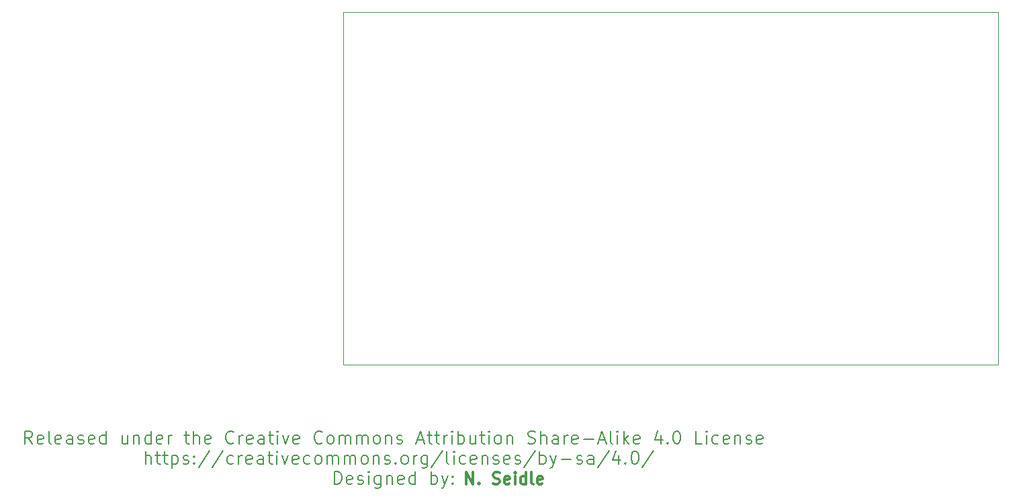
<source format=gko>
%TF.GenerationSoftware,KiCad,Pcbnew,7.0.6*%
%TF.CreationDate,2024-01-20T21:08:05-07:00*%
%TF.ProjectId,SparkFun_AirQuality_Combo,53706172-6b46-4756-9e5f-416972517561,rev?*%
%TF.SameCoordinates,Original*%
%TF.FileFunction,Soldermask,Bot*%
%TF.FilePolarity,Negative*%
%FSLAX46Y46*%
G04 Gerber Fmt 4.6, Leading zero omitted, Abs format (unit mm)*
G04 Created by KiCad (PCBNEW 7.0.6) date 2024-01-20 21:08:05*
%MOMM*%
%LPD*%
G01*
G04 APERTURE LIST*
%TA.AperFunction,Profile*%
%ADD10C,0.100000*%
%TD*%
%ADD11C,0.300000*%
%ADD12C,0.142240*%
G04 APERTURE END LIST*
D10*
X82550000Y18796000D02*
X82550000Y10414000D01*
X82550000Y0D01*
X0Y0D01*
X0Y44450000D01*
X82550000Y44450000D01*
X82550000Y18796000D01*
D11*
X15534285Y-15040828D02*
X15534285Y-13540828D01*
X15534285Y-13540828D02*
X16391428Y-15040828D01*
X16391428Y-15040828D02*
X16391428Y-13540828D01*
X17105714Y-14897971D02*
X17177143Y-14969400D01*
X17177143Y-14969400D02*
X17105714Y-15040828D01*
X17105714Y-15040828D02*
X17034286Y-14969400D01*
X17034286Y-14969400D02*
X17105714Y-14897971D01*
X17105714Y-14897971D02*
X17105714Y-15040828D01*
X18891429Y-14969400D02*
X19105715Y-15040828D01*
X19105715Y-15040828D02*
X19462857Y-15040828D01*
X19462857Y-15040828D02*
X19605715Y-14969400D01*
X19605715Y-14969400D02*
X19677143Y-14897971D01*
X19677143Y-14897971D02*
X19748572Y-14755114D01*
X19748572Y-14755114D02*
X19748572Y-14612257D01*
X19748572Y-14612257D02*
X19677143Y-14469400D01*
X19677143Y-14469400D02*
X19605715Y-14397971D01*
X19605715Y-14397971D02*
X19462857Y-14326542D01*
X19462857Y-14326542D02*
X19177143Y-14255114D01*
X19177143Y-14255114D02*
X19034286Y-14183685D01*
X19034286Y-14183685D02*
X18962857Y-14112257D01*
X18962857Y-14112257D02*
X18891429Y-13969400D01*
X18891429Y-13969400D02*
X18891429Y-13826542D01*
X18891429Y-13826542D02*
X18962857Y-13683685D01*
X18962857Y-13683685D02*
X19034286Y-13612257D01*
X19034286Y-13612257D02*
X19177143Y-13540828D01*
X19177143Y-13540828D02*
X19534286Y-13540828D01*
X19534286Y-13540828D02*
X19748572Y-13612257D01*
X20962857Y-14969400D02*
X20820000Y-15040828D01*
X20820000Y-15040828D02*
X20534286Y-15040828D01*
X20534286Y-15040828D02*
X20391428Y-14969400D01*
X20391428Y-14969400D02*
X20320000Y-14826542D01*
X20320000Y-14826542D02*
X20320000Y-14255114D01*
X20320000Y-14255114D02*
X20391428Y-14112257D01*
X20391428Y-14112257D02*
X20534286Y-14040828D01*
X20534286Y-14040828D02*
X20820000Y-14040828D01*
X20820000Y-14040828D02*
X20962857Y-14112257D01*
X20962857Y-14112257D02*
X21034286Y-14255114D01*
X21034286Y-14255114D02*
X21034286Y-14397971D01*
X21034286Y-14397971D02*
X20320000Y-14540828D01*
X21677142Y-15040828D02*
X21677142Y-14040828D01*
X21677142Y-13540828D02*
X21605714Y-13612257D01*
X21605714Y-13612257D02*
X21677142Y-13683685D01*
X21677142Y-13683685D02*
X21748571Y-13612257D01*
X21748571Y-13612257D02*
X21677142Y-13540828D01*
X21677142Y-13540828D02*
X21677142Y-13683685D01*
X23034286Y-15040828D02*
X23034286Y-13540828D01*
X23034286Y-14969400D02*
X22891428Y-15040828D01*
X22891428Y-15040828D02*
X22605714Y-15040828D01*
X22605714Y-15040828D02*
X22462857Y-14969400D01*
X22462857Y-14969400D02*
X22391428Y-14897971D01*
X22391428Y-14897971D02*
X22320000Y-14755114D01*
X22320000Y-14755114D02*
X22320000Y-14326542D01*
X22320000Y-14326542D02*
X22391428Y-14183685D01*
X22391428Y-14183685D02*
X22462857Y-14112257D01*
X22462857Y-14112257D02*
X22605714Y-14040828D01*
X22605714Y-14040828D02*
X22891428Y-14040828D01*
X22891428Y-14040828D02*
X23034286Y-14112257D01*
X23962857Y-15040828D02*
X23820000Y-14969400D01*
X23820000Y-14969400D02*
X23748571Y-14826542D01*
X23748571Y-14826542D02*
X23748571Y-13540828D01*
X25105714Y-14969400D02*
X24962857Y-15040828D01*
X24962857Y-15040828D02*
X24677143Y-15040828D01*
X24677143Y-15040828D02*
X24534285Y-14969400D01*
X24534285Y-14969400D02*
X24462857Y-14826542D01*
X24462857Y-14826542D02*
X24462857Y-14255114D01*
X24462857Y-14255114D02*
X24534285Y-14112257D01*
X24534285Y-14112257D02*
X24677143Y-14040828D01*
X24677143Y-14040828D02*
X24962857Y-14040828D01*
X24962857Y-14040828D02*
X25105714Y-14112257D01*
X25105714Y-14112257D02*
X25177143Y-14255114D01*
X25177143Y-14255114D02*
X25177143Y-14397971D01*
X25177143Y-14397971D02*
X24462857Y-14540828D01*
D12*
X-24924171Y-12492417D02*
X-24924171Y-10856657D01*
X-24223131Y-12492417D02*
X-24223131Y-11635590D01*
X-24223131Y-11635590D02*
X-24301024Y-11479804D01*
X-24301024Y-11479804D02*
X-24456811Y-11401910D01*
X-24456811Y-11401910D02*
X-24690491Y-11401910D01*
X-24690491Y-11401910D02*
X-24846277Y-11479804D01*
X-24846277Y-11479804D02*
X-24924171Y-11557697D01*
X-23677878Y-11401910D02*
X-23054731Y-11401910D01*
X-23444198Y-10856657D02*
X-23444198Y-12258737D01*
X-23444198Y-12258737D02*
X-23366304Y-12414524D01*
X-23366304Y-12414524D02*
X-23210518Y-12492417D01*
X-23210518Y-12492417D02*
X-23054731Y-12492417D01*
X-22743158Y-11401910D02*
X-22120011Y-11401910D01*
X-22509478Y-10856657D02*
X-22509478Y-12258737D01*
X-22509478Y-12258737D02*
X-22431584Y-12414524D01*
X-22431584Y-12414524D02*
X-22275798Y-12492417D01*
X-22275798Y-12492417D02*
X-22120011Y-12492417D01*
X-21574758Y-11401910D02*
X-21574758Y-13037670D01*
X-21574758Y-11479804D02*
X-21418971Y-11401910D01*
X-21418971Y-11401910D02*
X-21107398Y-11401910D01*
X-21107398Y-11401910D02*
X-20951611Y-11479804D01*
X-20951611Y-11479804D02*
X-20873718Y-11557697D01*
X-20873718Y-11557697D02*
X-20795824Y-11713484D01*
X-20795824Y-11713484D02*
X-20795824Y-12180844D01*
X-20795824Y-12180844D02*
X-20873718Y-12336630D01*
X-20873718Y-12336630D02*
X-20951611Y-12414524D01*
X-20951611Y-12414524D02*
X-21107398Y-12492417D01*
X-21107398Y-12492417D02*
X-21418971Y-12492417D01*
X-21418971Y-12492417D02*
X-21574758Y-12414524D01*
X-20172678Y-12414524D02*
X-20016891Y-12492417D01*
X-20016891Y-12492417D02*
X-19705318Y-12492417D01*
X-19705318Y-12492417D02*
X-19549531Y-12414524D01*
X-19549531Y-12414524D02*
X-19471638Y-12258737D01*
X-19471638Y-12258737D02*
X-19471638Y-12180844D01*
X-19471638Y-12180844D02*
X-19549531Y-12025057D01*
X-19549531Y-12025057D02*
X-19705318Y-11947164D01*
X-19705318Y-11947164D02*
X-19938998Y-11947164D01*
X-19938998Y-11947164D02*
X-20094785Y-11869270D01*
X-20094785Y-11869270D02*
X-20172678Y-11713484D01*
X-20172678Y-11713484D02*
X-20172678Y-11635590D01*
X-20172678Y-11635590D02*
X-20094785Y-11479804D01*
X-20094785Y-11479804D02*
X-19938998Y-11401910D01*
X-19938998Y-11401910D02*
X-19705318Y-11401910D01*
X-19705318Y-11401910D02*
X-19549531Y-11479804D01*
X-18770598Y-12336630D02*
X-18692704Y-12414524D01*
X-18692704Y-12414524D02*
X-18770598Y-12492417D01*
X-18770598Y-12492417D02*
X-18848491Y-12414524D01*
X-18848491Y-12414524D02*
X-18770598Y-12336630D01*
X-18770598Y-12336630D02*
X-18770598Y-12492417D01*
X-18770598Y-11479804D02*
X-18692704Y-11557697D01*
X-18692704Y-11557697D02*
X-18770598Y-11635590D01*
X-18770598Y-11635590D02*
X-18848491Y-11557697D01*
X-18848491Y-11557697D02*
X-18770598Y-11479804D01*
X-18770598Y-11479804D02*
X-18770598Y-11635590D01*
X-16823265Y-10778764D02*
X-18225345Y-12881884D01*
X-15109612Y-10778764D02*
X-16511692Y-12881884D01*
X-13863319Y-12414524D02*
X-14019105Y-12492417D01*
X-14019105Y-12492417D02*
X-14330679Y-12492417D01*
X-14330679Y-12492417D02*
X-14486465Y-12414524D01*
X-14486465Y-12414524D02*
X-14564359Y-12336630D01*
X-14564359Y-12336630D02*
X-14642252Y-12180844D01*
X-14642252Y-12180844D02*
X-14642252Y-11713484D01*
X-14642252Y-11713484D02*
X-14564359Y-11557697D01*
X-14564359Y-11557697D02*
X-14486465Y-11479804D01*
X-14486465Y-11479804D02*
X-14330679Y-11401910D01*
X-14330679Y-11401910D02*
X-14019105Y-11401910D01*
X-14019105Y-11401910D02*
X-13863319Y-11479804D01*
X-13162279Y-12492417D02*
X-13162279Y-11401910D01*
X-13162279Y-11713484D02*
X-13084385Y-11557697D01*
X-13084385Y-11557697D02*
X-13006492Y-11479804D01*
X-13006492Y-11479804D02*
X-12850705Y-11401910D01*
X-12850705Y-11401910D02*
X-12694919Y-11401910D01*
X-11526519Y-12414524D02*
X-11682306Y-12492417D01*
X-11682306Y-12492417D02*
X-11993879Y-12492417D01*
X-11993879Y-12492417D02*
X-12149666Y-12414524D01*
X-12149666Y-12414524D02*
X-12227559Y-12258737D01*
X-12227559Y-12258737D02*
X-12227559Y-11635590D01*
X-12227559Y-11635590D02*
X-12149666Y-11479804D01*
X-12149666Y-11479804D02*
X-11993879Y-11401910D01*
X-11993879Y-11401910D02*
X-11682306Y-11401910D01*
X-11682306Y-11401910D02*
X-11526519Y-11479804D01*
X-11526519Y-11479804D02*
X-11448626Y-11635590D01*
X-11448626Y-11635590D02*
X-11448626Y-11791377D01*
X-11448626Y-11791377D02*
X-12227559Y-11947164D01*
X-10046546Y-12492417D02*
X-10046546Y-11635590D01*
X-10046546Y-11635590D02*
X-10124439Y-11479804D01*
X-10124439Y-11479804D02*
X-10280226Y-11401910D01*
X-10280226Y-11401910D02*
X-10591799Y-11401910D01*
X-10591799Y-11401910D02*
X-10747586Y-11479804D01*
X-10046546Y-12414524D02*
X-10202332Y-12492417D01*
X-10202332Y-12492417D02*
X-10591799Y-12492417D01*
X-10591799Y-12492417D02*
X-10747586Y-12414524D01*
X-10747586Y-12414524D02*
X-10825479Y-12258737D01*
X-10825479Y-12258737D02*
X-10825479Y-12102950D01*
X-10825479Y-12102950D02*
X-10747586Y-11947164D01*
X-10747586Y-11947164D02*
X-10591799Y-11869270D01*
X-10591799Y-11869270D02*
X-10202332Y-11869270D01*
X-10202332Y-11869270D02*
X-10046546Y-11791377D01*
X-9501293Y-11401910D02*
X-8878146Y-11401910D01*
X-9267613Y-10856657D02*
X-9267613Y-12258737D01*
X-9267613Y-12258737D02*
X-9189719Y-12414524D01*
X-9189719Y-12414524D02*
X-9033933Y-12492417D01*
X-9033933Y-12492417D02*
X-8878146Y-12492417D01*
X-8332893Y-12492417D02*
X-8332893Y-11401910D01*
X-8332893Y-10856657D02*
X-8410786Y-10934550D01*
X-8410786Y-10934550D02*
X-8332893Y-11012444D01*
X-8332893Y-11012444D02*
X-8254999Y-10934550D01*
X-8254999Y-10934550D02*
X-8332893Y-10856657D01*
X-8332893Y-10856657D02*
X-8332893Y-11012444D01*
X-7709746Y-11401910D02*
X-7320280Y-12492417D01*
X-7320280Y-12492417D02*
X-6930813Y-11401910D01*
X-5684520Y-12414524D02*
X-5840307Y-12492417D01*
X-5840307Y-12492417D02*
X-6151880Y-12492417D01*
X-6151880Y-12492417D02*
X-6307667Y-12414524D01*
X-6307667Y-12414524D02*
X-6385560Y-12258737D01*
X-6385560Y-12258737D02*
X-6385560Y-11635590D01*
X-6385560Y-11635590D02*
X-6307667Y-11479804D01*
X-6307667Y-11479804D02*
X-6151880Y-11401910D01*
X-6151880Y-11401910D02*
X-5840307Y-11401910D01*
X-5840307Y-11401910D02*
X-5684520Y-11479804D01*
X-5684520Y-11479804D02*
X-5606627Y-11635590D01*
X-5606627Y-11635590D02*
X-5606627Y-11791377D01*
X-5606627Y-11791377D02*
X-6385560Y-11947164D01*
X-4204547Y-12414524D02*
X-4360333Y-12492417D01*
X-4360333Y-12492417D02*
X-4671907Y-12492417D01*
X-4671907Y-12492417D02*
X-4827693Y-12414524D01*
X-4827693Y-12414524D02*
X-4905587Y-12336630D01*
X-4905587Y-12336630D02*
X-4983480Y-12180844D01*
X-4983480Y-12180844D02*
X-4983480Y-11713484D01*
X-4983480Y-11713484D02*
X-4905587Y-11557697D01*
X-4905587Y-11557697D02*
X-4827693Y-11479804D01*
X-4827693Y-11479804D02*
X-4671907Y-11401910D01*
X-4671907Y-11401910D02*
X-4360333Y-11401910D01*
X-4360333Y-11401910D02*
X-4204547Y-11479804D01*
X-3269827Y-12492417D02*
X-3425613Y-12414524D01*
X-3425613Y-12414524D02*
X-3503507Y-12336630D01*
X-3503507Y-12336630D02*
X-3581400Y-12180844D01*
X-3581400Y-12180844D02*
X-3581400Y-11713484D01*
X-3581400Y-11713484D02*
X-3503507Y-11557697D01*
X-3503507Y-11557697D02*
X-3425613Y-11479804D01*
X-3425613Y-11479804D02*
X-3269827Y-11401910D01*
X-3269827Y-11401910D02*
X-3036147Y-11401910D01*
X-3036147Y-11401910D02*
X-2880360Y-11479804D01*
X-2880360Y-11479804D02*
X-2802467Y-11557697D01*
X-2802467Y-11557697D02*
X-2724573Y-11713484D01*
X-2724573Y-11713484D02*
X-2724573Y-12180844D01*
X-2724573Y-12180844D02*
X-2802467Y-12336630D01*
X-2802467Y-12336630D02*
X-2880360Y-12414524D01*
X-2880360Y-12414524D02*
X-3036147Y-12492417D01*
X-3036147Y-12492417D02*
X-3269827Y-12492417D01*
X-2023534Y-12492417D02*
X-2023534Y-11401910D01*
X-2023534Y-11557697D02*
X-1945640Y-11479804D01*
X-1945640Y-11479804D02*
X-1789854Y-11401910D01*
X-1789854Y-11401910D02*
X-1556174Y-11401910D01*
X-1556174Y-11401910D02*
X-1400387Y-11479804D01*
X-1400387Y-11479804D02*
X-1322494Y-11635590D01*
X-1322494Y-11635590D02*
X-1322494Y-12492417D01*
X-1322494Y-11635590D02*
X-1244600Y-11479804D01*
X-1244600Y-11479804D02*
X-1088814Y-11401910D01*
X-1088814Y-11401910D02*
X-855134Y-11401910D01*
X-855134Y-11401910D02*
X-699347Y-11479804D01*
X-699347Y-11479804D02*
X-621454Y-11635590D01*
X-621454Y-11635590D02*
X-621454Y-12492417D01*
X157479Y-12492417D02*
X157479Y-11401910D01*
X157479Y-11557697D02*
X235373Y-11479804D01*
X235373Y-11479804D02*
X391159Y-11401910D01*
X391159Y-11401910D02*
X624839Y-11401910D01*
X624839Y-11401910D02*
X780626Y-11479804D01*
X780626Y-11479804D02*
X858519Y-11635590D01*
X858519Y-11635590D02*
X858519Y-12492417D01*
X858519Y-11635590D02*
X936413Y-11479804D01*
X936413Y-11479804D02*
X1092199Y-11401910D01*
X1092199Y-11401910D02*
X1325879Y-11401910D01*
X1325879Y-11401910D02*
X1481666Y-11479804D01*
X1481666Y-11479804D02*
X1559559Y-11635590D01*
X1559559Y-11635590D02*
X1559559Y-12492417D01*
X2572172Y-12492417D02*
X2416386Y-12414524D01*
X2416386Y-12414524D02*
X2338492Y-12336630D01*
X2338492Y-12336630D02*
X2260599Y-12180844D01*
X2260599Y-12180844D02*
X2260599Y-11713484D01*
X2260599Y-11713484D02*
X2338492Y-11557697D01*
X2338492Y-11557697D02*
X2416386Y-11479804D01*
X2416386Y-11479804D02*
X2572172Y-11401910D01*
X2572172Y-11401910D02*
X2805852Y-11401910D01*
X2805852Y-11401910D02*
X2961639Y-11479804D01*
X2961639Y-11479804D02*
X3039532Y-11557697D01*
X3039532Y-11557697D02*
X3117426Y-11713484D01*
X3117426Y-11713484D02*
X3117426Y-12180844D01*
X3117426Y-12180844D02*
X3039532Y-12336630D01*
X3039532Y-12336630D02*
X2961639Y-12414524D01*
X2961639Y-12414524D02*
X2805852Y-12492417D01*
X2805852Y-12492417D02*
X2572172Y-12492417D01*
X3818465Y-11401910D02*
X3818465Y-12492417D01*
X3818465Y-11557697D02*
X3896359Y-11479804D01*
X3896359Y-11479804D02*
X4052145Y-11401910D01*
X4052145Y-11401910D02*
X4285825Y-11401910D01*
X4285825Y-11401910D02*
X4441612Y-11479804D01*
X4441612Y-11479804D02*
X4519505Y-11635590D01*
X4519505Y-11635590D02*
X4519505Y-12492417D01*
X5220545Y-12414524D02*
X5376332Y-12492417D01*
X5376332Y-12492417D02*
X5687905Y-12492417D01*
X5687905Y-12492417D02*
X5843692Y-12414524D01*
X5843692Y-12414524D02*
X5921585Y-12258737D01*
X5921585Y-12258737D02*
X5921585Y-12180844D01*
X5921585Y-12180844D02*
X5843692Y-12025057D01*
X5843692Y-12025057D02*
X5687905Y-11947164D01*
X5687905Y-11947164D02*
X5454225Y-11947164D01*
X5454225Y-11947164D02*
X5298438Y-11869270D01*
X5298438Y-11869270D02*
X5220545Y-11713484D01*
X5220545Y-11713484D02*
X5220545Y-11635590D01*
X5220545Y-11635590D02*
X5298438Y-11479804D01*
X5298438Y-11479804D02*
X5454225Y-11401910D01*
X5454225Y-11401910D02*
X5687905Y-11401910D01*
X5687905Y-11401910D02*
X5843692Y-11479804D01*
X6622625Y-12336630D02*
X6700519Y-12414524D01*
X6700519Y-12414524D02*
X6622625Y-12492417D01*
X6622625Y-12492417D02*
X6544732Y-12414524D01*
X6544732Y-12414524D02*
X6622625Y-12336630D01*
X6622625Y-12336630D02*
X6622625Y-12492417D01*
X7635238Y-12492417D02*
X7479452Y-12414524D01*
X7479452Y-12414524D02*
X7401558Y-12336630D01*
X7401558Y-12336630D02*
X7323665Y-12180844D01*
X7323665Y-12180844D02*
X7323665Y-11713484D01*
X7323665Y-11713484D02*
X7401558Y-11557697D01*
X7401558Y-11557697D02*
X7479452Y-11479804D01*
X7479452Y-11479804D02*
X7635238Y-11401910D01*
X7635238Y-11401910D02*
X7868918Y-11401910D01*
X7868918Y-11401910D02*
X8024705Y-11479804D01*
X8024705Y-11479804D02*
X8102598Y-11557697D01*
X8102598Y-11557697D02*
X8180492Y-11713484D01*
X8180492Y-11713484D02*
X8180492Y-12180844D01*
X8180492Y-12180844D02*
X8102598Y-12336630D01*
X8102598Y-12336630D02*
X8024705Y-12414524D01*
X8024705Y-12414524D02*
X7868918Y-12492417D01*
X7868918Y-12492417D02*
X7635238Y-12492417D01*
X8881531Y-12492417D02*
X8881531Y-11401910D01*
X8881531Y-11713484D02*
X8959425Y-11557697D01*
X8959425Y-11557697D02*
X9037318Y-11479804D01*
X9037318Y-11479804D02*
X9193105Y-11401910D01*
X9193105Y-11401910D02*
X9348891Y-11401910D01*
X10595184Y-11401910D02*
X10595184Y-12726097D01*
X10595184Y-12726097D02*
X10517291Y-12881884D01*
X10517291Y-12881884D02*
X10439398Y-12959777D01*
X10439398Y-12959777D02*
X10283611Y-13037670D01*
X10283611Y-13037670D02*
X10049931Y-13037670D01*
X10049931Y-13037670D02*
X9894144Y-12959777D01*
X10595184Y-12414524D02*
X10439398Y-12492417D01*
X10439398Y-12492417D02*
X10127824Y-12492417D01*
X10127824Y-12492417D02*
X9972038Y-12414524D01*
X9972038Y-12414524D02*
X9894144Y-12336630D01*
X9894144Y-12336630D02*
X9816251Y-12180844D01*
X9816251Y-12180844D02*
X9816251Y-11713484D01*
X9816251Y-11713484D02*
X9894144Y-11557697D01*
X9894144Y-11557697D02*
X9972038Y-11479804D01*
X9972038Y-11479804D02*
X10127824Y-11401910D01*
X10127824Y-11401910D02*
X10439398Y-11401910D01*
X10439398Y-11401910D02*
X10595184Y-11479804D01*
X12542517Y-10778764D02*
X11140437Y-12881884D01*
X13321450Y-12492417D02*
X13165664Y-12414524D01*
X13165664Y-12414524D02*
X13087770Y-12258737D01*
X13087770Y-12258737D02*
X13087770Y-10856657D01*
X13944597Y-12492417D02*
X13944597Y-11401910D01*
X13944597Y-10856657D02*
X13866704Y-10934550D01*
X13866704Y-10934550D02*
X13944597Y-11012444D01*
X13944597Y-11012444D02*
X14022491Y-10934550D01*
X14022491Y-10934550D02*
X13944597Y-10856657D01*
X13944597Y-10856657D02*
X13944597Y-11012444D01*
X15424570Y-12414524D02*
X15268784Y-12492417D01*
X15268784Y-12492417D02*
X14957210Y-12492417D01*
X14957210Y-12492417D02*
X14801424Y-12414524D01*
X14801424Y-12414524D02*
X14723530Y-12336630D01*
X14723530Y-12336630D02*
X14645637Y-12180844D01*
X14645637Y-12180844D02*
X14645637Y-11713484D01*
X14645637Y-11713484D02*
X14723530Y-11557697D01*
X14723530Y-11557697D02*
X14801424Y-11479804D01*
X14801424Y-11479804D02*
X14957210Y-11401910D01*
X14957210Y-11401910D02*
X15268784Y-11401910D01*
X15268784Y-11401910D02*
X15424570Y-11479804D01*
X16748757Y-12414524D02*
X16592970Y-12492417D01*
X16592970Y-12492417D02*
X16281397Y-12492417D01*
X16281397Y-12492417D02*
X16125610Y-12414524D01*
X16125610Y-12414524D02*
X16047717Y-12258737D01*
X16047717Y-12258737D02*
X16047717Y-11635590D01*
X16047717Y-11635590D02*
X16125610Y-11479804D01*
X16125610Y-11479804D02*
X16281397Y-11401910D01*
X16281397Y-11401910D02*
X16592970Y-11401910D01*
X16592970Y-11401910D02*
X16748757Y-11479804D01*
X16748757Y-11479804D02*
X16826650Y-11635590D01*
X16826650Y-11635590D02*
X16826650Y-11791377D01*
X16826650Y-11791377D02*
X16047717Y-11947164D01*
X17527690Y-11401910D02*
X17527690Y-12492417D01*
X17527690Y-11557697D02*
X17605584Y-11479804D01*
X17605584Y-11479804D02*
X17761370Y-11401910D01*
X17761370Y-11401910D02*
X17995050Y-11401910D01*
X17995050Y-11401910D02*
X18150837Y-11479804D01*
X18150837Y-11479804D02*
X18228730Y-11635590D01*
X18228730Y-11635590D02*
X18228730Y-12492417D01*
X18929770Y-12414524D02*
X19085557Y-12492417D01*
X19085557Y-12492417D02*
X19397130Y-12492417D01*
X19397130Y-12492417D02*
X19552917Y-12414524D01*
X19552917Y-12414524D02*
X19630810Y-12258737D01*
X19630810Y-12258737D02*
X19630810Y-12180844D01*
X19630810Y-12180844D02*
X19552917Y-12025057D01*
X19552917Y-12025057D02*
X19397130Y-11947164D01*
X19397130Y-11947164D02*
X19163450Y-11947164D01*
X19163450Y-11947164D02*
X19007663Y-11869270D01*
X19007663Y-11869270D02*
X18929770Y-11713484D01*
X18929770Y-11713484D02*
X18929770Y-11635590D01*
X18929770Y-11635590D02*
X19007663Y-11479804D01*
X19007663Y-11479804D02*
X19163450Y-11401910D01*
X19163450Y-11401910D02*
X19397130Y-11401910D01*
X19397130Y-11401910D02*
X19552917Y-11479804D01*
X20954997Y-12414524D02*
X20799210Y-12492417D01*
X20799210Y-12492417D02*
X20487637Y-12492417D01*
X20487637Y-12492417D02*
X20331850Y-12414524D01*
X20331850Y-12414524D02*
X20253957Y-12258737D01*
X20253957Y-12258737D02*
X20253957Y-11635590D01*
X20253957Y-11635590D02*
X20331850Y-11479804D01*
X20331850Y-11479804D02*
X20487637Y-11401910D01*
X20487637Y-11401910D02*
X20799210Y-11401910D01*
X20799210Y-11401910D02*
X20954997Y-11479804D01*
X20954997Y-11479804D02*
X21032890Y-11635590D01*
X21032890Y-11635590D02*
X21032890Y-11791377D01*
X21032890Y-11791377D02*
X20253957Y-11947164D01*
X21656037Y-12414524D02*
X21811824Y-12492417D01*
X21811824Y-12492417D02*
X22123397Y-12492417D01*
X22123397Y-12492417D02*
X22279184Y-12414524D01*
X22279184Y-12414524D02*
X22357077Y-12258737D01*
X22357077Y-12258737D02*
X22357077Y-12180844D01*
X22357077Y-12180844D02*
X22279184Y-12025057D01*
X22279184Y-12025057D02*
X22123397Y-11947164D01*
X22123397Y-11947164D02*
X21889717Y-11947164D01*
X21889717Y-11947164D02*
X21733930Y-11869270D01*
X21733930Y-11869270D02*
X21656037Y-11713484D01*
X21656037Y-11713484D02*
X21656037Y-11635590D01*
X21656037Y-11635590D02*
X21733930Y-11479804D01*
X21733930Y-11479804D02*
X21889717Y-11401910D01*
X21889717Y-11401910D02*
X22123397Y-11401910D01*
X22123397Y-11401910D02*
X22279184Y-11479804D01*
X24226517Y-10778764D02*
X22824437Y-12881884D01*
X24771770Y-12492417D02*
X24771770Y-10856657D01*
X24771770Y-11479804D02*
X24927557Y-11401910D01*
X24927557Y-11401910D02*
X25239130Y-11401910D01*
X25239130Y-11401910D02*
X25394917Y-11479804D01*
X25394917Y-11479804D02*
X25472810Y-11557697D01*
X25472810Y-11557697D02*
X25550704Y-11713484D01*
X25550704Y-11713484D02*
X25550704Y-12180844D01*
X25550704Y-12180844D02*
X25472810Y-12336630D01*
X25472810Y-12336630D02*
X25394917Y-12414524D01*
X25394917Y-12414524D02*
X25239130Y-12492417D01*
X25239130Y-12492417D02*
X24927557Y-12492417D01*
X24927557Y-12492417D02*
X24771770Y-12414524D01*
X26095957Y-11401910D02*
X26485423Y-12492417D01*
X26874890Y-11401910D02*
X26485423Y-12492417D01*
X26485423Y-12492417D02*
X26329637Y-12881884D01*
X26329637Y-12881884D02*
X26251743Y-12959777D01*
X26251743Y-12959777D02*
X26095957Y-13037670D01*
X27498036Y-11869270D02*
X28744330Y-11869270D01*
X29445370Y-12414524D02*
X29601157Y-12492417D01*
X29601157Y-12492417D02*
X29912730Y-12492417D01*
X29912730Y-12492417D02*
X30068517Y-12414524D01*
X30068517Y-12414524D02*
X30146410Y-12258737D01*
X30146410Y-12258737D02*
X30146410Y-12180844D01*
X30146410Y-12180844D02*
X30068517Y-12025057D01*
X30068517Y-12025057D02*
X29912730Y-11947164D01*
X29912730Y-11947164D02*
X29679050Y-11947164D01*
X29679050Y-11947164D02*
X29523263Y-11869270D01*
X29523263Y-11869270D02*
X29445370Y-11713484D01*
X29445370Y-11713484D02*
X29445370Y-11635590D01*
X29445370Y-11635590D02*
X29523263Y-11479804D01*
X29523263Y-11479804D02*
X29679050Y-11401910D01*
X29679050Y-11401910D02*
X29912730Y-11401910D01*
X29912730Y-11401910D02*
X30068517Y-11479804D01*
X31548490Y-12492417D02*
X31548490Y-11635590D01*
X31548490Y-11635590D02*
X31470597Y-11479804D01*
X31470597Y-11479804D02*
X31314810Y-11401910D01*
X31314810Y-11401910D02*
X31003237Y-11401910D01*
X31003237Y-11401910D02*
X30847450Y-11479804D01*
X31548490Y-12414524D02*
X31392704Y-12492417D01*
X31392704Y-12492417D02*
X31003237Y-12492417D01*
X31003237Y-12492417D02*
X30847450Y-12414524D01*
X30847450Y-12414524D02*
X30769557Y-12258737D01*
X30769557Y-12258737D02*
X30769557Y-12102950D01*
X30769557Y-12102950D02*
X30847450Y-11947164D01*
X30847450Y-11947164D02*
X31003237Y-11869270D01*
X31003237Y-11869270D02*
X31392704Y-11869270D01*
X31392704Y-11869270D02*
X31548490Y-11791377D01*
X33495823Y-10778764D02*
X32093743Y-12881884D01*
X34742116Y-11401910D02*
X34742116Y-12492417D01*
X34352650Y-10778764D02*
X33963183Y-11947164D01*
X33963183Y-11947164D02*
X34975796Y-11947164D01*
X35598943Y-12336630D02*
X35676837Y-12414524D01*
X35676837Y-12414524D02*
X35598943Y-12492417D01*
X35598943Y-12492417D02*
X35521050Y-12414524D01*
X35521050Y-12414524D02*
X35598943Y-12336630D01*
X35598943Y-12336630D02*
X35598943Y-12492417D01*
X36689450Y-10856657D02*
X36845236Y-10856657D01*
X36845236Y-10856657D02*
X37001023Y-10934550D01*
X37001023Y-10934550D02*
X37078916Y-11012444D01*
X37078916Y-11012444D02*
X37156810Y-11168230D01*
X37156810Y-11168230D02*
X37234703Y-11479804D01*
X37234703Y-11479804D02*
X37234703Y-11869270D01*
X37234703Y-11869270D02*
X37156810Y-12180844D01*
X37156810Y-12180844D02*
X37078916Y-12336630D01*
X37078916Y-12336630D02*
X37001023Y-12414524D01*
X37001023Y-12414524D02*
X36845236Y-12492417D01*
X36845236Y-12492417D02*
X36689450Y-12492417D01*
X36689450Y-12492417D02*
X36533663Y-12414524D01*
X36533663Y-12414524D02*
X36455770Y-12336630D01*
X36455770Y-12336630D02*
X36377876Y-12180844D01*
X36377876Y-12180844D02*
X36299983Y-11869270D01*
X36299983Y-11869270D02*
X36299983Y-11479804D01*
X36299983Y-11479804D02*
X36377876Y-11168230D01*
X36377876Y-11168230D02*
X36455770Y-11012444D01*
X36455770Y-11012444D02*
X36533663Y-10934550D01*
X36533663Y-10934550D02*
X36689450Y-10856657D01*
X39104143Y-10778764D02*
X37702063Y-12881884D01*
X-39178649Y-9952417D02*
X-39723902Y-9173484D01*
X-40113369Y-9952417D02*
X-40113369Y-8316657D01*
X-40113369Y-8316657D02*
X-39490222Y-8316657D01*
X-39490222Y-8316657D02*
X-39334435Y-8394550D01*
X-39334435Y-8394550D02*
X-39256542Y-8472444D01*
X-39256542Y-8472444D02*
X-39178649Y-8628230D01*
X-39178649Y-8628230D02*
X-39178649Y-8861910D01*
X-39178649Y-8861910D02*
X-39256542Y-9017697D01*
X-39256542Y-9017697D02*
X-39334435Y-9095590D01*
X-39334435Y-9095590D02*
X-39490222Y-9173484D01*
X-39490222Y-9173484D02*
X-40113369Y-9173484D01*
X-37854462Y-9874524D02*
X-38010249Y-9952417D01*
X-38010249Y-9952417D02*
X-38321822Y-9952417D01*
X-38321822Y-9952417D02*
X-38477609Y-9874524D01*
X-38477609Y-9874524D02*
X-38555502Y-9718737D01*
X-38555502Y-9718737D02*
X-38555502Y-9095590D01*
X-38555502Y-9095590D02*
X-38477609Y-8939804D01*
X-38477609Y-8939804D02*
X-38321822Y-8861910D01*
X-38321822Y-8861910D02*
X-38010249Y-8861910D01*
X-38010249Y-8861910D02*
X-37854462Y-8939804D01*
X-37854462Y-8939804D02*
X-37776569Y-9095590D01*
X-37776569Y-9095590D02*
X-37776569Y-9251377D01*
X-37776569Y-9251377D02*
X-38555502Y-9407164D01*
X-36841849Y-9952417D02*
X-36997635Y-9874524D01*
X-36997635Y-9874524D02*
X-37075529Y-9718737D01*
X-37075529Y-9718737D02*
X-37075529Y-8316657D01*
X-35595555Y-9874524D02*
X-35751342Y-9952417D01*
X-35751342Y-9952417D02*
X-36062915Y-9952417D01*
X-36062915Y-9952417D02*
X-36218702Y-9874524D01*
X-36218702Y-9874524D02*
X-36296595Y-9718737D01*
X-36296595Y-9718737D02*
X-36296595Y-9095590D01*
X-36296595Y-9095590D02*
X-36218702Y-8939804D01*
X-36218702Y-8939804D02*
X-36062915Y-8861910D01*
X-36062915Y-8861910D02*
X-35751342Y-8861910D01*
X-35751342Y-8861910D02*
X-35595555Y-8939804D01*
X-35595555Y-8939804D02*
X-35517662Y-9095590D01*
X-35517662Y-9095590D02*
X-35517662Y-9251377D01*
X-35517662Y-9251377D02*
X-36296595Y-9407164D01*
X-34115582Y-9952417D02*
X-34115582Y-9095590D01*
X-34115582Y-9095590D02*
X-34193475Y-8939804D01*
X-34193475Y-8939804D02*
X-34349262Y-8861910D01*
X-34349262Y-8861910D02*
X-34660835Y-8861910D01*
X-34660835Y-8861910D02*
X-34816622Y-8939804D01*
X-34115582Y-9874524D02*
X-34271368Y-9952417D01*
X-34271368Y-9952417D02*
X-34660835Y-9952417D01*
X-34660835Y-9952417D02*
X-34816622Y-9874524D01*
X-34816622Y-9874524D02*
X-34894515Y-9718737D01*
X-34894515Y-9718737D02*
X-34894515Y-9562950D01*
X-34894515Y-9562950D02*
X-34816622Y-9407164D01*
X-34816622Y-9407164D02*
X-34660835Y-9329270D01*
X-34660835Y-9329270D02*
X-34271368Y-9329270D01*
X-34271368Y-9329270D02*
X-34115582Y-9251377D01*
X-33414542Y-9874524D02*
X-33258755Y-9952417D01*
X-33258755Y-9952417D02*
X-32947182Y-9952417D01*
X-32947182Y-9952417D02*
X-32791395Y-9874524D01*
X-32791395Y-9874524D02*
X-32713502Y-9718737D01*
X-32713502Y-9718737D02*
X-32713502Y-9640844D01*
X-32713502Y-9640844D02*
X-32791395Y-9485057D01*
X-32791395Y-9485057D02*
X-32947182Y-9407164D01*
X-32947182Y-9407164D02*
X-33180862Y-9407164D01*
X-33180862Y-9407164D02*
X-33336649Y-9329270D01*
X-33336649Y-9329270D02*
X-33414542Y-9173484D01*
X-33414542Y-9173484D02*
X-33414542Y-9095590D01*
X-33414542Y-9095590D02*
X-33336649Y-8939804D01*
X-33336649Y-8939804D02*
X-33180862Y-8861910D01*
X-33180862Y-8861910D02*
X-32947182Y-8861910D01*
X-32947182Y-8861910D02*
X-32791395Y-8939804D01*
X-31389315Y-9874524D02*
X-31545102Y-9952417D01*
X-31545102Y-9952417D02*
X-31856675Y-9952417D01*
X-31856675Y-9952417D02*
X-32012462Y-9874524D01*
X-32012462Y-9874524D02*
X-32090355Y-9718737D01*
X-32090355Y-9718737D02*
X-32090355Y-9095590D01*
X-32090355Y-9095590D02*
X-32012462Y-8939804D01*
X-32012462Y-8939804D02*
X-31856675Y-8861910D01*
X-31856675Y-8861910D02*
X-31545102Y-8861910D01*
X-31545102Y-8861910D02*
X-31389315Y-8939804D01*
X-31389315Y-8939804D02*
X-31311422Y-9095590D01*
X-31311422Y-9095590D02*
X-31311422Y-9251377D01*
X-31311422Y-9251377D02*
X-32090355Y-9407164D01*
X-29909342Y-9952417D02*
X-29909342Y-8316657D01*
X-29909342Y-9874524D02*
X-30065128Y-9952417D01*
X-30065128Y-9952417D02*
X-30376702Y-9952417D01*
X-30376702Y-9952417D02*
X-30532488Y-9874524D01*
X-30532488Y-9874524D02*
X-30610382Y-9796630D01*
X-30610382Y-9796630D02*
X-30688275Y-9640844D01*
X-30688275Y-9640844D02*
X-30688275Y-9173484D01*
X-30688275Y-9173484D02*
X-30610382Y-9017697D01*
X-30610382Y-9017697D02*
X-30532488Y-8939804D01*
X-30532488Y-8939804D02*
X-30376702Y-8861910D01*
X-30376702Y-8861910D02*
X-30065128Y-8861910D01*
X-30065128Y-8861910D02*
X-29909342Y-8939804D01*
X-27183076Y-8861910D02*
X-27183076Y-9952417D01*
X-27884116Y-8861910D02*
X-27884116Y-9718737D01*
X-27884116Y-9718737D02*
X-27806222Y-9874524D01*
X-27806222Y-9874524D02*
X-27650436Y-9952417D01*
X-27650436Y-9952417D02*
X-27416756Y-9952417D01*
X-27416756Y-9952417D02*
X-27260969Y-9874524D01*
X-27260969Y-9874524D02*
X-27183076Y-9796630D01*
X-26404143Y-8861910D02*
X-26404143Y-9952417D01*
X-26404143Y-9017697D02*
X-26326249Y-8939804D01*
X-26326249Y-8939804D02*
X-26170463Y-8861910D01*
X-26170463Y-8861910D02*
X-25936783Y-8861910D01*
X-25936783Y-8861910D02*
X-25780996Y-8939804D01*
X-25780996Y-8939804D02*
X-25703103Y-9095590D01*
X-25703103Y-9095590D02*
X-25703103Y-9952417D01*
X-24223130Y-9952417D02*
X-24223130Y-8316657D01*
X-24223130Y-9874524D02*
X-24378916Y-9952417D01*
X-24378916Y-9952417D02*
X-24690490Y-9952417D01*
X-24690490Y-9952417D02*
X-24846276Y-9874524D01*
X-24846276Y-9874524D02*
X-24924170Y-9796630D01*
X-24924170Y-9796630D02*
X-25002063Y-9640844D01*
X-25002063Y-9640844D02*
X-25002063Y-9173484D01*
X-25002063Y-9173484D02*
X-24924170Y-9017697D01*
X-24924170Y-9017697D02*
X-24846276Y-8939804D01*
X-24846276Y-8939804D02*
X-24690490Y-8861910D01*
X-24690490Y-8861910D02*
X-24378916Y-8861910D01*
X-24378916Y-8861910D02*
X-24223130Y-8939804D01*
X-22821050Y-9874524D02*
X-22976837Y-9952417D01*
X-22976837Y-9952417D02*
X-23288410Y-9952417D01*
X-23288410Y-9952417D02*
X-23444197Y-9874524D01*
X-23444197Y-9874524D02*
X-23522090Y-9718737D01*
X-23522090Y-9718737D02*
X-23522090Y-9095590D01*
X-23522090Y-9095590D02*
X-23444197Y-8939804D01*
X-23444197Y-8939804D02*
X-23288410Y-8861910D01*
X-23288410Y-8861910D02*
X-22976837Y-8861910D01*
X-22976837Y-8861910D02*
X-22821050Y-8939804D01*
X-22821050Y-8939804D02*
X-22743157Y-9095590D01*
X-22743157Y-9095590D02*
X-22743157Y-9251377D01*
X-22743157Y-9251377D02*
X-23522090Y-9407164D01*
X-22042117Y-9952417D02*
X-22042117Y-8861910D01*
X-22042117Y-9173484D02*
X-21964223Y-9017697D01*
X-21964223Y-9017697D02*
X-21886330Y-8939804D01*
X-21886330Y-8939804D02*
X-21730543Y-8861910D01*
X-21730543Y-8861910D02*
X-21574757Y-8861910D01*
X-20016891Y-8861910D02*
X-19393744Y-8861910D01*
X-19783211Y-8316657D02*
X-19783211Y-9718737D01*
X-19783211Y-9718737D02*
X-19705317Y-9874524D01*
X-19705317Y-9874524D02*
X-19549531Y-9952417D01*
X-19549531Y-9952417D02*
X-19393744Y-9952417D01*
X-18848491Y-9952417D02*
X-18848491Y-8316657D01*
X-18147451Y-9952417D02*
X-18147451Y-9095590D01*
X-18147451Y-9095590D02*
X-18225344Y-8939804D01*
X-18225344Y-8939804D02*
X-18381131Y-8861910D01*
X-18381131Y-8861910D02*
X-18614811Y-8861910D01*
X-18614811Y-8861910D02*
X-18770597Y-8939804D01*
X-18770597Y-8939804D02*
X-18848491Y-9017697D01*
X-16745371Y-9874524D02*
X-16901158Y-9952417D01*
X-16901158Y-9952417D02*
X-17212731Y-9952417D01*
X-17212731Y-9952417D02*
X-17368518Y-9874524D01*
X-17368518Y-9874524D02*
X-17446411Y-9718737D01*
X-17446411Y-9718737D02*
X-17446411Y-9095590D01*
X-17446411Y-9095590D02*
X-17368518Y-8939804D01*
X-17368518Y-8939804D02*
X-17212731Y-8861910D01*
X-17212731Y-8861910D02*
X-16901158Y-8861910D01*
X-16901158Y-8861910D02*
X-16745371Y-8939804D01*
X-16745371Y-8939804D02*
X-16667478Y-9095590D01*
X-16667478Y-9095590D02*
X-16667478Y-9251377D01*
X-16667478Y-9251377D02*
X-17446411Y-9407164D01*
X-13785425Y-9796630D02*
X-13863318Y-9874524D01*
X-13863318Y-9874524D02*
X-14096998Y-9952417D01*
X-14096998Y-9952417D02*
X-14252785Y-9952417D01*
X-14252785Y-9952417D02*
X-14486465Y-9874524D01*
X-14486465Y-9874524D02*
X-14642251Y-9718737D01*
X-14642251Y-9718737D02*
X-14720145Y-9562950D01*
X-14720145Y-9562950D02*
X-14798038Y-9251377D01*
X-14798038Y-9251377D02*
X-14798038Y-9017697D01*
X-14798038Y-9017697D02*
X-14720145Y-8706124D01*
X-14720145Y-8706124D02*
X-14642251Y-8550337D01*
X-14642251Y-8550337D02*
X-14486465Y-8394550D01*
X-14486465Y-8394550D02*
X-14252785Y-8316657D01*
X-14252785Y-8316657D02*
X-14096998Y-8316657D01*
X-14096998Y-8316657D02*
X-13863318Y-8394550D01*
X-13863318Y-8394550D02*
X-13785425Y-8472444D01*
X-13084385Y-9952417D02*
X-13084385Y-8861910D01*
X-13084385Y-9173484D02*
X-13006491Y-9017697D01*
X-13006491Y-9017697D02*
X-12928598Y-8939804D01*
X-12928598Y-8939804D02*
X-12772811Y-8861910D01*
X-12772811Y-8861910D02*
X-12617025Y-8861910D01*
X-11448625Y-9874524D02*
X-11604412Y-9952417D01*
X-11604412Y-9952417D02*
X-11915985Y-9952417D01*
X-11915985Y-9952417D02*
X-12071772Y-9874524D01*
X-12071772Y-9874524D02*
X-12149665Y-9718737D01*
X-12149665Y-9718737D02*
X-12149665Y-9095590D01*
X-12149665Y-9095590D02*
X-12071772Y-8939804D01*
X-12071772Y-8939804D02*
X-11915985Y-8861910D01*
X-11915985Y-8861910D02*
X-11604412Y-8861910D01*
X-11604412Y-8861910D02*
X-11448625Y-8939804D01*
X-11448625Y-8939804D02*
X-11370732Y-9095590D01*
X-11370732Y-9095590D02*
X-11370732Y-9251377D01*
X-11370732Y-9251377D02*
X-12149665Y-9407164D01*
X-9968652Y-9952417D02*
X-9968652Y-9095590D01*
X-9968652Y-9095590D02*
X-10046545Y-8939804D01*
X-10046545Y-8939804D02*
X-10202332Y-8861910D01*
X-10202332Y-8861910D02*
X-10513905Y-8861910D01*
X-10513905Y-8861910D02*
X-10669692Y-8939804D01*
X-9968652Y-9874524D02*
X-10124438Y-9952417D01*
X-10124438Y-9952417D02*
X-10513905Y-9952417D01*
X-10513905Y-9952417D02*
X-10669692Y-9874524D01*
X-10669692Y-9874524D02*
X-10747585Y-9718737D01*
X-10747585Y-9718737D02*
X-10747585Y-9562950D01*
X-10747585Y-9562950D02*
X-10669692Y-9407164D01*
X-10669692Y-9407164D02*
X-10513905Y-9329270D01*
X-10513905Y-9329270D02*
X-10124438Y-9329270D01*
X-10124438Y-9329270D02*
X-9968652Y-9251377D01*
X-9423399Y-8861910D02*
X-8800252Y-8861910D01*
X-9189719Y-8316657D02*
X-9189719Y-9718737D01*
X-9189719Y-9718737D02*
X-9111825Y-9874524D01*
X-9111825Y-9874524D02*
X-8956039Y-9952417D01*
X-8956039Y-9952417D02*
X-8800252Y-9952417D01*
X-8254999Y-9952417D02*
X-8254999Y-8861910D01*
X-8254999Y-8316657D02*
X-8332892Y-8394550D01*
X-8332892Y-8394550D02*
X-8254999Y-8472444D01*
X-8254999Y-8472444D02*
X-8177105Y-8394550D01*
X-8177105Y-8394550D02*
X-8254999Y-8316657D01*
X-8254999Y-8316657D02*
X-8254999Y-8472444D01*
X-7631852Y-8861910D02*
X-7242386Y-9952417D01*
X-7242386Y-9952417D02*
X-6852919Y-8861910D01*
X-5606626Y-9874524D02*
X-5762413Y-9952417D01*
X-5762413Y-9952417D02*
X-6073986Y-9952417D01*
X-6073986Y-9952417D02*
X-6229773Y-9874524D01*
X-6229773Y-9874524D02*
X-6307666Y-9718737D01*
X-6307666Y-9718737D02*
X-6307666Y-9095590D01*
X-6307666Y-9095590D02*
X-6229773Y-8939804D01*
X-6229773Y-8939804D02*
X-6073986Y-8861910D01*
X-6073986Y-8861910D02*
X-5762413Y-8861910D01*
X-5762413Y-8861910D02*
X-5606626Y-8939804D01*
X-5606626Y-8939804D02*
X-5528733Y-9095590D01*
X-5528733Y-9095590D02*
X-5528733Y-9251377D01*
X-5528733Y-9251377D02*
X-6307666Y-9407164D01*
X-2646680Y-9796630D02*
X-2724573Y-9874524D01*
X-2724573Y-9874524D02*
X-2958253Y-9952417D01*
X-2958253Y-9952417D02*
X-3114040Y-9952417D01*
X-3114040Y-9952417D02*
X-3347720Y-9874524D01*
X-3347720Y-9874524D02*
X-3503506Y-9718737D01*
X-3503506Y-9718737D02*
X-3581400Y-9562950D01*
X-3581400Y-9562950D02*
X-3659293Y-9251377D01*
X-3659293Y-9251377D02*
X-3659293Y-9017697D01*
X-3659293Y-9017697D02*
X-3581400Y-8706124D01*
X-3581400Y-8706124D02*
X-3503506Y-8550337D01*
X-3503506Y-8550337D02*
X-3347720Y-8394550D01*
X-3347720Y-8394550D02*
X-3114040Y-8316657D01*
X-3114040Y-8316657D02*
X-2958253Y-8316657D01*
X-2958253Y-8316657D02*
X-2724573Y-8394550D01*
X-2724573Y-8394550D02*
X-2646680Y-8472444D01*
X-1711960Y-9952417D02*
X-1867746Y-9874524D01*
X-1867746Y-9874524D02*
X-1945640Y-9796630D01*
X-1945640Y-9796630D02*
X-2023533Y-9640844D01*
X-2023533Y-9640844D02*
X-2023533Y-9173484D01*
X-2023533Y-9173484D02*
X-1945640Y-9017697D01*
X-1945640Y-9017697D02*
X-1867746Y-8939804D01*
X-1867746Y-8939804D02*
X-1711960Y-8861910D01*
X-1711960Y-8861910D02*
X-1478280Y-8861910D01*
X-1478280Y-8861910D02*
X-1322493Y-8939804D01*
X-1322493Y-8939804D02*
X-1244600Y-9017697D01*
X-1244600Y-9017697D02*
X-1166706Y-9173484D01*
X-1166706Y-9173484D02*
X-1166706Y-9640844D01*
X-1166706Y-9640844D02*
X-1244600Y-9796630D01*
X-1244600Y-9796630D02*
X-1322493Y-9874524D01*
X-1322493Y-9874524D02*
X-1478280Y-9952417D01*
X-1478280Y-9952417D02*
X-1711960Y-9952417D01*
X-465667Y-9952417D02*
X-465667Y-8861910D01*
X-465667Y-9017697D02*
X-387773Y-8939804D01*
X-387773Y-8939804D02*
X-231987Y-8861910D01*
X-231987Y-8861910D02*
X1693Y-8861910D01*
X1693Y-8861910D02*
X157480Y-8939804D01*
X157480Y-8939804D02*
X235373Y-9095590D01*
X235373Y-9095590D02*
X235373Y-9952417D01*
X235373Y-9095590D02*
X313267Y-8939804D01*
X313267Y-8939804D02*
X469053Y-8861910D01*
X469053Y-8861910D02*
X702733Y-8861910D01*
X702733Y-8861910D02*
X858520Y-8939804D01*
X858520Y-8939804D02*
X936413Y-9095590D01*
X936413Y-9095590D02*
X936413Y-9952417D01*
X1715346Y-9952417D02*
X1715346Y-8861910D01*
X1715346Y-9017697D02*
X1793240Y-8939804D01*
X1793240Y-8939804D02*
X1949026Y-8861910D01*
X1949026Y-8861910D02*
X2182706Y-8861910D01*
X2182706Y-8861910D02*
X2338493Y-8939804D01*
X2338493Y-8939804D02*
X2416386Y-9095590D01*
X2416386Y-9095590D02*
X2416386Y-9952417D01*
X2416386Y-9095590D02*
X2494280Y-8939804D01*
X2494280Y-8939804D02*
X2650066Y-8861910D01*
X2650066Y-8861910D02*
X2883746Y-8861910D01*
X2883746Y-8861910D02*
X3039533Y-8939804D01*
X3039533Y-8939804D02*
X3117426Y-9095590D01*
X3117426Y-9095590D02*
X3117426Y-9952417D01*
X4130039Y-9952417D02*
X3974253Y-9874524D01*
X3974253Y-9874524D02*
X3896359Y-9796630D01*
X3896359Y-9796630D02*
X3818466Y-9640844D01*
X3818466Y-9640844D02*
X3818466Y-9173484D01*
X3818466Y-9173484D02*
X3896359Y-9017697D01*
X3896359Y-9017697D02*
X3974253Y-8939804D01*
X3974253Y-8939804D02*
X4130039Y-8861910D01*
X4130039Y-8861910D02*
X4363719Y-8861910D01*
X4363719Y-8861910D02*
X4519506Y-8939804D01*
X4519506Y-8939804D02*
X4597399Y-9017697D01*
X4597399Y-9017697D02*
X4675293Y-9173484D01*
X4675293Y-9173484D02*
X4675293Y-9640844D01*
X4675293Y-9640844D02*
X4597399Y-9796630D01*
X4597399Y-9796630D02*
X4519506Y-9874524D01*
X4519506Y-9874524D02*
X4363719Y-9952417D01*
X4363719Y-9952417D02*
X4130039Y-9952417D01*
X5376332Y-8861910D02*
X5376332Y-9952417D01*
X5376332Y-9017697D02*
X5454226Y-8939804D01*
X5454226Y-8939804D02*
X5610012Y-8861910D01*
X5610012Y-8861910D02*
X5843692Y-8861910D01*
X5843692Y-8861910D02*
X5999479Y-8939804D01*
X5999479Y-8939804D02*
X6077372Y-9095590D01*
X6077372Y-9095590D02*
X6077372Y-9952417D01*
X6778412Y-9874524D02*
X6934199Y-9952417D01*
X6934199Y-9952417D02*
X7245772Y-9952417D01*
X7245772Y-9952417D02*
X7401559Y-9874524D01*
X7401559Y-9874524D02*
X7479452Y-9718737D01*
X7479452Y-9718737D02*
X7479452Y-9640844D01*
X7479452Y-9640844D02*
X7401559Y-9485057D01*
X7401559Y-9485057D02*
X7245772Y-9407164D01*
X7245772Y-9407164D02*
X7012092Y-9407164D01*
X7012092Y-9407164D02*
X6856305Y-9329270D01*
X6856305Y-9329270D02*
X6778412Y-9173484D01*
X6778412Y-9173484D02*
X6778412Y-9095590D01*
X6778412Y-9095590D02*
X6856305Y-8939804D01*
X6856305Y-8939804D02*
X7012092Y-8861910D01*
X7012092Y-8861910D02*
X7245772Y-8861910D01*
X7245772Y-8861910D02*
X7401559Y-8939804D01*
X9348892Y-9485057D02*
X10127825Y-9485057D01*
X9193105Y-9952417D02*
X9738359Y-8316657D01*
X9738359Y-8316657D02*
X10283612Y-9952417D01*
X10595185Y-8861910D02*
X11218332Y-8861910D01*
X10828865Y-8316657D02*
X10828865Y-9718737D01*
X10828865Y-9718737D02*
X10906759Y-9874524D01*
X10906759Y-9874524D02*
X11062545Y-9952417D01*
X11062545Y-9952417D02*
X11218332Y-9952417D01*
X11529905Y-8861910D02*
X12153052Y-8861910D01*
X11763585Y-8316657D02*
X11763585Y-9718737D01*
X11763585Y-9718737D02*
X11841479Y-9874524D01*
X11841479Y-9874524D02*
X11997265Y-9952417D01*
X11997265Y-9952417D02*
X12153052Y-9952417D01*
X12698305Y-9952417D02*
X12698305Y-8861910D01*
X12698305Y-9173484D02*
X12776199Y-9017697D01*
X12776199Y-9017697D02*
X12854092Y-8939804D01*
X12854092Y-8939804D02*
X13009879Y-8861910D01*
X13009879Y-8861910D02*
X13165665Y-8861910D01*
X13710918Y-9952417D02*
X13710918Y-8861910D01*
X13710918Y-8316657D02*
X13633025Y-8394550D01*
X13633025Y-8394550D02*
X13710918Y-8472444D01*
X13710918Y-8472444D02*
X13788812Y-8394550D01*
X13788812Y-8394550D02*
X13710918Y-8316657D01*
X13710918Y-8316657D02*
X13710918Y-8472444D01*
X14489851Y-9952417D02*
X14489851Y-8316657D01*
X14489851Y-8939804D02*
X14645638Y-8861910D01*
X14645638Y-8861910D02*
X14957211Y-8861910D01*
X14957211Y-8861910D02*
X15112998Y-8939804D01*
X15112998Y-8939804D02*
X15190891Y-9017697D01*
X15190891Y-9017697D02*
X15268785Y-9173484D01*
X15268785Y-9173484D02*
X15268785Y-9640844D01*
X15268785Y-9640844D02*
X15190891Y-9796630D01*
X15190891Y-9796630D02*
X15112998Y-9874524D01*
X15112998Y-9874524D02*
X14957211Y-9952417D01*
X14957211Y-9952417D02*
X14645638Y-9952417D01*
X14645638Y-9952417D02*
X14489851Y-9874524D01*
X16670864Y-8861910D02*
X16670864Y-9952417D01*
X15969824Y-8861910D02*
X15969824Y-9718737D01*
X15969824Y-9718737D02*
X16047718Y-9874524D01*
X16047718Y-9874524D02*
X16203504Y-9952417D01*
X16203504Y-9952417D02*
X16437184Y-9952417D01*
X16437184Y-9952417D02*
X16592971Y-9874524D01*
X16592971Y-9874524D02*
X16670864Y-9796630D01*
X17216117Y-8861910D02*
X17839264Y-8861910D01*
X17449797Y-8316657D02*
X17449797Y-9718737D01*
X17449797Y-9718737D02*
X17527691Y-9874524D01*
X17527691Y-9874524D02*
X17683477Y-9952417D01*
X17683477Y-9952417D02*
X17839264Y-9952417D01*
X18384517Y-9952417D02*
X18384517Y-8861910D01*
X18384517Y-8316657D02*
X18306624Y-8394550D01*
X18306624Y-8394550D02*
X18384517Y-8472444D01*
X18384517Y-8472444D02*
X18462411Y-8394550D01*
X18462411Y-8394550D02*
X18384517Y-8316657D01*
X18384517Y-8316657D02*
X18384517Y-8472444D01*
X19397130Y-9952417D02*
X19241344Y-9874524D01*
X19241344Y-9874524D02*
X19163450Y-9796630D01*
X19163450Y-9796630D02*
X19085557Y-9640844D01*
X19085557Y-9640844D02*
X19085557Y-9173484D01*
X19085557Y-9173484D02*
X19163450Y-9017697D01*
X19163450Y-9017697D02*
X19241344Y-8939804D01*
X19241344Y-8939804D02*
X19397130Y-8861910D01*
X19397130Y-8861910D02*
X19630810Y-8861910D01*
X19630810Y-8861910D02*
X19786597Y-8939804D01*
X19786597Y-8939804D02*
X19864490Y-9017697D01*
X19864490Y-9017697D02*
X19942384Y-9173484D01*
X19942384Y-9173484D02*
X19942384Y-9640844D01*
X19942384Y-9640844D02*
X19864490Y-9796630D01*
X19864490Y-9796630D02*
X19786597Y-9874524D01*
X19786597Y-9874524D02*
X19630810Y-9952417D01*
X19630810Y-9952417D02*
X19397130Y-9952417D01*
X20643423Y-8861910D02*
X20643423Y-9952417D01*
X20643423Y-9017697D02*
X20721317Y-8939804D01*
X20721317Y-8939804D02*
X20877103Y-8861910D01*
X20877103Y-8861910D02*
X21110783Y-8861910D01*
X21110783Y-8861910D02*
X21266570Y-8939804D01*
X21266570Y-8939804D02*
X21344463Y-9095590D01*
X21344463Y-9095590D02*
X21344463Y-9952417D01*
X23291796Y-9874524D02*
X23525476Y-9952417D01*
X23525476Y-9952417D02*
X23914943Y-9952417D01*
X23914943Y-9952417D02*
X24070729Y-9874524D01*
X24070729Y-9874524D02*
X24148623Y-9796630D01*
X24148623Y-9796630D02*
X24226516Y-9640844D01*
X24226516Y-9640844D02*
X24226516Y-9485057D01*
X24226516Y-9485057D02*
X24148623Y-9329270D01*
X24148623Y-9329270D02*
X24070729Y-9251377D01*
X24070729Y-9251377D02*
X23914943Y-9173484D01*
X23914943Y-9173484D02*
X23603369Y-9095590D01*
X23603369Y-9095590D02*
X23447583Y-9017697D01*
X23447583Y-9017697D02*
X23369689Y-8939804D01*
X23369689Y-8939804D02*
X23291796Y-8784017D01*
X23291796Y-8784017D02*
X23291796Y-8628230D01*
X23291796Y-8628230D02*
X23369689Y-8472444D01*
X23369689Y-8472444D02*
X23447583Y-8394550D01*
X23447583Y-8394550D02*
X23603369Y-8316657D01*
X23603369Y-8316657D02*
X23992836Y-8316657D01*
X23992836Y-8316657D02*
X24226516Y-8394550D01*
X24927556Y-9952417D02*
X24927556Y-8316657D01*
X25628596Y-9952417D02*
X25628596Y-9095590D01*
X25628596Y-9095590D02*
X25550703Y-8939804D01*
X25550703Y-8939804D02*
X25394916Y-8861910D01*
X25394916Y-8861910D02*
X25161236Y-8861910D01*
X25161236Y-8861910D02*
X25005450Y-8939804D01*
X25005450Y-8939804D02*
X24927556Y-9017697D01*
X27108569Y-9952417D02*
X27108569Y-9095590D01*
X27108569Y-9095590D02*
X27030676Y-8939804D01*
X27030676Y-8939804D02*
X26874889Y-8861910D01*
X26874889Y-8861910D02*
X26563316Y-8861910D01*
X26563316Y-8861910D02*
X26407529Y-8939804D01*
X27108569Y-9874524D02*
X26952783Y-9952417D01*
X26952783Y-9952417D02*
X26563316Y-9952417D01*
X26563316Y-9952417D02*
X26407529Y-9874524D01*
X26407529Y-9874524D02*
X26329636Y-9718737D01*
X26329636Y-9718737D02*
X26329636Y-9562950D01*
X26329636Y-9562950D02*
X26407529Y-9407164D01*
X26407529Y-9407164D02*
X26563316Y-9329270D01*
X26563316Y-9329270D02*
X26952783Y-9329270D01*
X26952783Y-9329270D02*
X27108569Y-9251377D01*
X27887502Y-9952417D02*
X27887502Y-8861910D01*
X27887502Y-9173484D02*
X27965396Y-9017697D01*
X27965396Y-9017697D02*
X28043289Y-8939804D01*
X28043289Y-8939804D02*
X28199076Y-8861910D01*
X28199076Y-8861910D02*
X28354862Y-8861910D01*
X29523262Y-9874524D02*
X29367475Y-9952417D01*
X29367475Y-9952417D02*
X29055902Y-9952417D01*
X29055902Y-9952417D02*
X28900115Y-9874524D01*
X28900115Y-9874524D02*
X28822222Y-9718737D01*
X28822222Y-9718737D02*
X28822222Y-9095590D01*
X28822222Y-9095590D02*
X28900115Y-8939804D01*
X28900115Y-8939804D02*
X29055902Y-8861910D01*
X29055902Y-8861910D02*
X29367475Y-8861910D01*
X29367475Y-8861910D02*
X29523262Y-8939804D01*
X29523262Y-8939804D02*
X29601155Y-9095590D01*
X29601155Y-9095590D02*
X29601155Y-9251377D01*
X29601155Y-9251377D02*
X28822222Y-9407164D01*
X30302195Y-9329270D02*
X31548489Y-9329270D01*
X32249529Y-9485057D02*
X33028462Y-9485057D01*
X32093742Y-9952417D02*
X32638996Y-8316657D01*
X32638996Y-8316657D02*
X33184249Y-9952417D01*
X33963182Y-9952417D02*
X33807396Y-9874524D01*
X33807396Y-9874524D02*
X33729502Y-9718737D01*
X33729502Y-9718737D02*
X33729502Y-8316657D01*
X34586329Y-9952417D02*
X34586329Y-8861910D01*
X34586329Y-8316657D02*
X34508436Y-8394550D01*
X34508436Y-8394550D02*
X34586329Y-8472444D01*
X34586329Y-8472444D02*
X34664223Y-8394550D01*
X34664223Y-8394550D02*
X34586329Y-8316657D01*
X34586329Y-8316657D02*
X34586329Y-8472444D01*
X35365262Y-9952417D02*
X35365262Y-8316657D01*
X35521049Y-9329270D02*
X35988409Y-9952417D01*
X35988409Y-8861910D02*
X35365262Y-9485057D01*
X37312596Y-9874524D02*
X37156809Y-9952417D01*
X37156809Y-9952417D02*
X36845236Y-9952417D01*
X36845236Y-9952417D02*
X36689449Y-9874524D01*
X36689449Y-9874524D02*
X36611556Y-9718737D01*
X36611556Y-9718737D02*
X36611556Y-9095590D01*
X36611556Y-9095590D02*
X36689449Y-8939804D01*
X36689449Y-8939804D02*
X36845236Y-8861910D01*
X36845236Y-8861910D02*
X37156809Y-8861910D01*
X37156809Y-8861910D02*
X37312596Y-8939804D01*
X37312596Y-8939804D02*
X37390489Y-9095590D01*
X37390489Y-9095590D02*
X37390489Y-9251377D01*
X37390489Y-9251377D02*
X36611556Y-9407164D01*
X40038862Y-8861910D02*
X40038862Y-9952417D01*
X39649396Y-8238764D02*
X39259929Y-9407164D01*
X39259929Y-9407164D02*
X40272542Y-9407164D01*
X40895689Y-9796630D02*
X40973583Y-9874524D01*
X40973583Y-9874524D02*
X40895689Y-9952417D01*
X40895689Y-9952417D02*
X40817796Y-9874524D01*
X40817796Y-9874524D02*
X40895689Y-9796630D01*
X40895689Y-9796630D02*
X40895689Y-9952417D01*
X41986196Y-8316657D02*
X42141982Y-8316657D01*
X42141982Y-8316657D02*
X42297769Y-8394550D01*
X42297769Y-8394550D02*
X42375662Y-8472444D01*
X42375662Y-8472444D02*
X42453556Y-8628230D01*
X42453556Y-8628230D02*
X42531449Y-8939804D01*
X42531449Y-8939804D02*
X42531449Y-9329270D01*
X42531449Y-9329270D02*
X42453556Y-9640844D01*
X42453556Y-9640844D02*
X42375662Y-9796630D01*
X42375662Y-9796630D02*
X42297769Y-9874524D01*
X42297769Y-9874524D02*
X42141982Y-9952417D01*
X42141982Y-9952417D02*
X41986196Y-9952417D01*
X41986196Y-9952417D02*
X41830409Y-9874524D01*
X41830409Y-9874524D02*
X41752516Y-9796630D01*
X41752516Y-9796630D02*
X41674622Y-9640844D01*
X41674622Y-9640844D02*
X41596729Y-9329270D01*
X41596729Y-9329270D02*
X41596729Y-8939804D01*
X41596729Y-8939804D02*
X41674622Y-8628230D01*
X41674622Y-8628230D02*
X41752516Y-8472444D01*
X41752516Y-8472444D02*
X41830409Y-8394550D01*
X41830409Y-8394550D02*
X41986196Y-8316657D01*
X45257716Y-9952417D02*
X44478782Y-9952417D01*
X44478782Y-9952417D02*
X44478782Y-8316657D01*
X45802969Y-9952417D02*
X45802969Y-8861910D01*
X45802969Y-8316657D02*
X45725076Y-8394550D01*
X45725076Y-8394550D02*
X45802969Y-8472444D01*
X45802969Y-8472444D02*
X45880863Y-8394550D01*
X45880863Y-8394550D02*
X45802969Y-8316657D01*
X45802969Y-8316657D02*
X45802969Y-8472444D01*
X47282942Y-9874524D02*
X47127156Y-9952417D01*
X47127156Y-9952417D02*
X46815582Y-9952417D01*
X46815582Y-9952417D02*
X46659796Y-9874524D01*
X46659796Y-9874524D02*
X46581902Y-9796630D01*
X46581902Y-9796630D02*
X46504009Y-9640844D01*
X46504009Y-9640844D02*
X46504009Y-9173484D01*
X46504009Y-9173484D02*
X46581902Y-9017697D01*
X46581902Y-9017697D02*
X46659796Y-8939804D01*
X46659796Y-8939804D02*
X46815582Y-8861910D01*
X46815582Y-8861910D02*
X47127156Y-8861910D01*
X47127156Y-8861910D02*
X47282942Y-8939804D01*
X48607129Y-9874524D02*
X48451342Y-9952417D01*
X48451342Y-9952417D02*
X48139769Y-9952417D01*
X48139769Y-9952417D02*
X47983982Y-9874524D01*
X47983982Y-9874524D02*
X47906089Y-9718737D01*
X47906089Y-9718737D02*
X47906089Y-9095590D01*
X47906089Y-9095590D02*
X47983982Y-8939804D01*
X47983982Y-8939804D02*
X48139769Y-8861910D01*
X48139769Y-8861910D02*
X48451342Y-8861910D01*
X48451342Y-8861910D02*
X48607129Y-8939804D01*
X48607129Y-8939804D02*
X48685022Y-9095590D01*
X48685022Y-9095590D02*
X48685022Y-9251377D01*
X48685022Y-9251377D02*
X47906089Y-9407164D01*
X49386062Y-8861910D02*
X49386062Y-9952417D01*
X49386062Y-9017697D02*
X49463956Y-8939804D01*
X49463956Y-8939804D02*
X49619742Y-8861910D01*
X49619742Y-8861910D02*
X49853422Y-8861910D01*
X49853422Y-8861910D02*
X50009209Y-8939804D01*
X50009209Y-8939804D02*
X50087102Y-9095590D01*
X50087102Y-9095590D02*
X50087102Y-9952417D01*
X50788142Y-9874524D02*
X50943929Y-9952417D01*
X50943929Y-9952417D02*
X51255502Y-9952417D01*
X51255502Y-9952417D02*
X51411289Y-9874524D01*
X51411289Y-9874524D02*
X51489182Y-9718737D01*
X51489182Y-9718737D02*
X51489182Y-9640844D01*
X51489182Y-9640844D02*
X51411289Y-9485057D01*
X51411289Y-9485057D02*
X51255502Y-9407164D01*
X51255502Y-9407164D02*
X51021822Y-9407164D01*
X51021822Y-9407164D02*
X50866035Y-9329270D01*
X50866035Y-9329270D02*
X50788142Y-9173484D01*
X50788142Y-9173484D02*
X50788142Y-9095590D01*
X50788142Y-9095590D02*
X50866035Y-8939804D01*
X50866035Y-8939804D02*
X51021822Y-8861910D01*
X51021822Y-8861910D02*
X51255502Y-8861910D01*
X51255502Y-8861910D02*
X51411289Y-8939804D01*
X52813369Y-9874524D02*
X52657582Y-9952417D01*
X52657582Y-9952417D02*
X52346009Y-9952417D01*
X52346009Y-9952417D02*
X52190222Y-9874524D01*
X52190222Y-9874524D02*
X52112329Y-9718737D01*
X52112329Y-9718737D02*
X52112329Y-9095590D01*
X52112329Y-9095590D02*
X52190222Y-8939804D01*
X52190222Y-8939804D02*
X52346009Y-8861910D01*
X52346009Y-8861910D02*
X52657582Y-8861910D01*
X52657582Y-8861910D02*
X52813369Y-8939804D01*
X52813369Y-8939804D02*
X52891262Y-9095590D01*
X52891262Y-9095590D02*
X52891262Y-9251377D01*
X52891262Y-9251377D02*
X52112329Y-9407164D01*
X-1127759Y-15032417D02*
X-1127759Y-13396657D01*
X-1127759Y-13396657D02*
X-738292Y-13396657D01*
X-738292Y-13396657D02*
X-504612Y-13474550D01*
X-504612Y-13474550D02*
X-348825Y-13630337D01*
X-348825Y-13630337D02*
X-270932Y-13786124D01*
X-270932Y-13786124D02*
X-193039Y-14097697D01*
X-193039Y-14097697D02*
X-193039Y-14331377D01*
X-193039Y-14331377D02*
X-270932Y-14642950D01*
X-270932Y-14642950D02*
X-348825Y-14798737D01*
X-348825Y-14798737D02*
X-504612Y-14954524D01*
X-504612Y-14954524D02*
X-738292Y-15032417D01*
X-738292Y-15032417D02*
X-1127759Y-15032417D01*
X1131148Y-14954524D02*
X975361Y-15032417D01*
X975361Y-15032417D02*
X663788Y-15032417D01*
X663788Y-15032417D02*
X508001Y-14954524D01*
X508001Y-14954524D02*
X430108Y-14798737D01*
X430108Y-14798737D02*
X430108Y-14175590D01*
X430108Y-14175590D02*
X508001Y-14019804D01*
X508001Y-14019804D02*
X663788Y-13941910D01*
X663788Y-13941910D02*
X975361Y-13941910D01*
X975361Y-13941910D02*
X1131148Y-14019804D01*
X1131148Y-14019804D02*
X1209041Y-14175590D01*
X1209041Y-14175590D02*
X1209041Y-14331377D01*
X1209041Y-14331377D02*
X430108Y-14487164D01*
X1832188Y-14954524D02*
X1987975Y-15032417D01*
X1987975Y-15032417D02*
X2299548Y-15032417D01*
X2299548Y-15032417D02*
X2455335Y-14954524D01*
X2455335Y-14954524D02*
X2533228Y-14798737D01*
X2533228Y-14798737D02*
X2533228Y-14720844D01*
X2533228Y-14720844D02*
X2455335Y-14565057D01*
X2455335Y-14565057D02*
X2299548Y-14487164D01*
X2299548Y-14487164D02*
X2065868Y-14487164D01*
X2065868Y-14487164D02*
X1910081Y-14409270D01*
X1910081Y-14409270D02*
X1832188Y-14253484D01*
X1832188Y-14253484D02*
X1832188Y-14175590D01*
X1832188Y-14175590D02*
X1910081Y-14019804D01*
X1910081Y-14019804D02*
X2065868Y-13941910D01*
X2065868Y-13941910D02*
X2299548Y-13941910D01*
X2299548Y-13941910D02*
X2455335Y-14019804D01*
X3234268Y-15032417D02*
X3234268Y-13941910D01*
X3234268Y-13396657D02*
X3156375Y-13474550D01*
X3156375Y-13474550D02*
X3234268Y-13552444D01*
X3234268Y-13552444D02*
X3312162Y-13474550D01*
X3312162Y-13474550D02*
X3234268Y-13396657D01*
X3234268Y-13396657D02*
X3234268Y-13552444D01*
X4714241Y-13941910D02*
X4714241Y-15266097D01*
X4714241Y-15266097D02*
X4636348Y-15421884D01*
X4636348Y-15421884D02*
X4558455Y-15499777D01*
X4558455Y-15499777D02*
X4402668Y-15577670D01*
X4402668Y-15577670D02*
X4168988Y-15577670D01*
X4168988Y-15577670D02*
X4013201Y-15499777D01*
X4714241Y-14954524D02*
X4558455Y-15032417D01*
X4558455Y-15032417D02*
X4246881Y-15032417D01*
X4246881Y-15032417D02*
X4091095Y-14954524D01*
X4091095Y-14954524D02*
X4013201Y-14876630D01*
X4013201Y-14876630D02*
X3935308Y-14720844D01*
X3935308Y-14720844D02*
X3935308Y-14253484D01*
X3935308Y-14253484D02*
X4013201Y-14097697D01*
X4013201Y-14097697D02*
X4091095Y-14019804D01*
X4091095Y-14019804D02*
X4246881Y-13941910D01*
X4246881Y-13941910D02*
X4558455Y-13941910D01*
X4558455Y-13941910D02*
X4714241Y-14019804D01*
X5493174Y-13941910D02*
X5493174Y-15032417D01*
X5493174Y-14097697D02*
X5571068Y-14019804D01*
X5571068Y-14019804D02*
X5726854Y-13941910D01*
X5726854Y-13941910D02*
X5960534Y-13941910D01*
X5960534Y-13941910D02*
X6116321Y-14019804D01*
X6116321Y-14019804D02*
X6194214Y-14175590D01*
X6194214Y-14175590D02*
X6194214Y-15032417D01*
X7596294Y-14954524D02*
X7440507Y-15032417D01*
X7440507Y-15032417D02*
X7128934Y-15032417D01*
X7128934Y-15032417D02*
X6973147Y-14954524D01*
X6973147Y-14954524D02*
X6895254Y-14798737D01*
X6895254Y-14798737D02*
X6895254Y-14175590D01*
X6895254Y-14175590D02*
X6973147Y-14019804D01*
X6973147Y-14019804D02*
X7128934Y-13941910D01*
X7128934Y-13941910D02*
X7440507Y-13941910D01*
X7440507Y-13941910D02*
X7596294Y-14019804D01*
X7596294Y-14019804D02*
X7674187Y-14175590D01*
X7674187Y-14175590D02*
X7674187Y-14331377D01*
X7674187Y-14331377D02*
X6895254Y-14487164D01*
X9076267Y-15032417D02*
X9076267Y-13396657D01*
X9076267Y-14954524D02*
X8920481Y-15032417D01*
X8920481Y-15032417D02*
X8608907Y-15032417D01*
X8608907Y-15032417D02*
X8453121Y-14954524D01*
X8453121Y-14954524D02*
X8375227Y-14876630D01*
X8375227Y-14876630D02*
X8297334Y-14720844D01*
X8297334Y-14720844D02*
X8297334Y-14253484D01*
X8297334Y-14253484D02*
X8375227Y-14097697D01*
X8375227Y-14097697D02*
X8453121Y-14019804D01*
X8453121Y-14019804D02*
X8608907Y-13941910D01*
X8608907Y-13941910D02*
X8920481Y-13941910D01*
X8920481Y-13941910D02*
X9076267Y-14019804D01*
X11101493Y-15032417D02*
X11101493Y-13396657D01*
X11101493Y-14019804D02*
X11257280Y-13941910D01*
X11257280Y-13941910D02*
X11568853Y-13941910D01*
X11568853Y-13941910D02*
X11724640Y-14019804D01*
X11724640Y-14019804D02*
X11802533Y-14097697D01*
X11802533Y-14097697D02*
X11880427Y-14253484D01*
X11880427Y-14253484D02*
X11880427Y-14720844D01*
X11880427Y-14720844D02*
X11802533Y-14876630D01*
X11802533Y-14876630D02*
X11724640Y-14954524D01*
X11724640Y-14954524D02*
X11568853Y-15032417D01*
X11568853Y-15032417D02*
X11257280Y-15032417D01*
X11257280Y-15032417D02*
X11101493Y-14954524D01*
X12425680Y-13941910D02*
X12815146Y-15032417D01*
X13204613Y-13941910D02*
X12815146Y-15032417D01*
X12815146Y-15032417D02*
X12659360Y-15421884D01*
X12659360Y-15421884D02*
X12581466Y-15499777D01*
X12581466Y-15499777D02*
X12425680Y-15577670D01*
X13827759Y-14876630D02*
X13905653Y-14954524D01*
X13905653Y-14954524D02*
X13827759Y-15032417D01*
X13827759Y-15032417D02*
X13749866Y-14954524D01*
X13749866Y-14954524D02*
X13827759Y-14876630D01*
X13827759Y-14876630D02*
X13827759Y-15032417D01*
X13827759Y-14019804D02*
X13905653Y-14097697D01*
X13905653Y-14097697D02*
X13827759Y-14175590D01*
X13827759Y-14175590D02*
X13749866Y-14097697D01*
X13749866Y-14097697D02*
X13827759Y-14019804D01*
X13827759Y-14019804D02*
X13827759Y-14175590D01*
M02*

</source>
